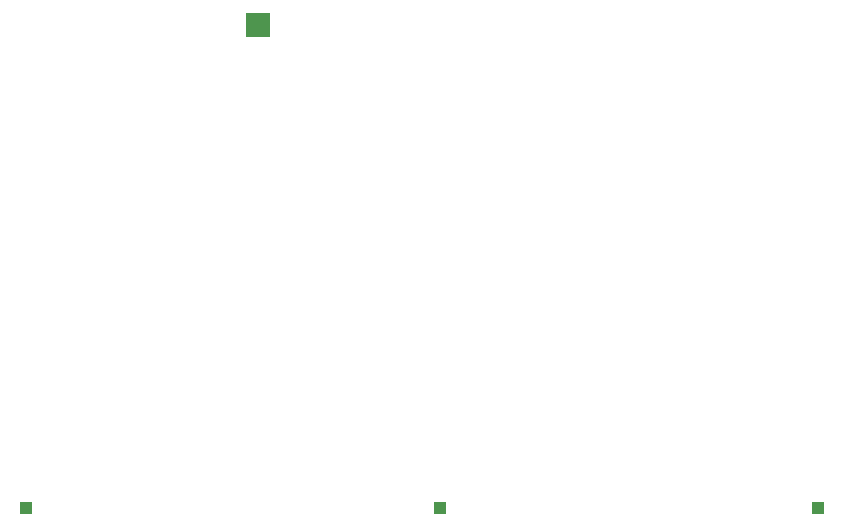
<source format=gbp>
G04 (created by PCBNEW (2013-07-07 BZR 4022)-stable) date 7/17/2014 12:13:15 PM*
%MOIN*%
G04 Gerber Fmt 3.4, Leading zero omitted, Abs format*
%FSLAX34Y34*%
G01*
G70*
G90*
G04 APERTURE LIST*
%ADD10C,0.00590551*%
%ADD11R,0.07872X0.07872*%
%ADD12R,0.0417323X0.0417323*%
G04 APERTURE END LIST*
G54D10*
G54D11*
X50003Y-35208D03*
G54D12*
X42273Y-51328D03*
X56053Y-51328D03*
X68651Y-51328D03*
M02*

</source>
